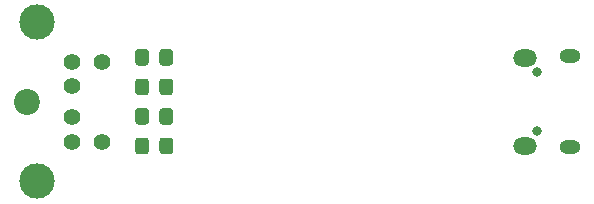
<source format=gbr>
%TF.GenerationSoftware,KiCad,Pcbnew,(5.1.9)-1*%
%TF.CreationDate,2021-12-10T21:49:07-06:00*%
%TF.ProjectId,minirib-usb,6d696e69-7269-4622-9d75-73622e6b6963,A*%
%TF.SameCoordinates,Original*%
%TF.FileFunction,Soldermask,Bot*%
%TF.FilePolarity,Negative*%
%FSLAX46Y46*%
G04 Gerber Fmt 4.6, Leading zero omitted, Abs format (unit mm)*
G04 Created by KiCad (PCBNEW (5.1.9)-1) date 2021-12-10 21:49:07*
%MOMM*%
%LPD*%
G01*
G04 APERTURE LIST*
%ADD10C,1.400000*%
%ADD11C,3.000000*%
%ADD12C,2.200000*%
%ADD13O,2.000000X1.450000*%
%ADD14O,1.800000X1.150000*%
%ADD15O,0.800000X0.800000*%
G04 APERTURE END LIST*
D10*
%TO.C,J2*%
X128300000Y-101300000D03*
D11*
X125300000Y-93250000D03*
X125300000Y-106750000D03*
D12*
X124500000Y-100000000D03*
D10*
X128300000Y-98700000D03*
X128300000Y-103400000D03*
X130800000Y-96600000D03*
X128300000Y-96600000D03*
X130800000Y-103400000D03*
%TD*%
%TO.C,D1*%
G36*
G01*
X133650000Y-99200001D02*
X133650000Y-98299999D01*
G75*
G02*
X133899999Y-98050000I249999J0D01*
G01*
X134550001Y-98050000D01*
G75*
G02*
X134800000Y-98299999I0J-249999D01*
G01*
X134800000Y-99200001D01*
G75*
G02*
X134550001Y-99450000I-249999J0D01*
G01*
X133899999Y-99450000D01*
G75*
G02*
X133650000Y-99200001I0J249999D01*
G01*
G37*
G36*
G01*
X135700000Y-99200001D02*
X135700000Y-98299999D01*
G75*
G02*
X135949999Y-98050000I249999J0D01*
G01*
X136600001Y-98050000D01*
G75*
G02*
X136850000Y-98299999I0J-249999D01*
G01*
X136850000Y-99200001D01*
G75*
G02*
X136600001Y-99450000I-249999J0D01*
G01*
X135949999Y-99450000D01*
G75*
G02*
X135700000Y-99200001I0J249999D01*
G01*
G37*
%TD*%
%TO.C,D2*%
G36*
G01*
X135700000Y-96700001D02*
X135700000Y-95799999D01*
G75*
G02*
X135949999Y-95550000I249999J0D01*
G01*
X136600001Y-95550000D01*
G75*
G02*
X136850000Y-95799999I0J-249999D01*
G01*
X136850000Y-96700001D01*
G75*
G02*
X136600001Y-96950000I-249999J0D01*
G01*
X135949999Y-96950000D01*
G75*
G02*
X135700000Y-96700001I0J249999D01*
G01*
G37*
G36*
G01*
X133650000Y-96700001D02*
X133650000Y-95799999D01*
G75*
G02*
X133899999Y-95550000I249999J0D01*
G01*
X134550001Y-95550000D01*
G75*
G02*
X134800000Y-95799999I0J-249999D01*
G01*
X134800000Y-96700001D01*
G75*
G02*
X134550001Y-96950000I-249999J0D01*
G01*
X133899999Y-96950000D01*
G75*
G02*
X133650000Y-96700001I0J249999D01*
G01*
G37*
%TD*%
%TO.C,D3*%
G36*
G01*
X136850000Y-103299999D02*
X136850000Y-104200001D01*
G75*
G02*
X136600001Y-104450000I-249999J0D01*
G01*
X135949999Y-104450000D01*
G75*
G02*
X135700000Y-104200001I0J249999D01*
G01*
X135700000Y-103299999D01*
G75*
G02*
X135949999Y-103050000I249999J0D01*
G01*
X136600001Y-103050000D01*
G75*
G02*
X136850000Y-103299999I0J-249999D01*
G01*
G37*
G36*
G01*
X134800000Y-103299999D02*
X134800000Y-104200001D01*
G75*
G02*
X134550001Y-104450000I-249999J0D01*
G01*
X133899999Y-104450000D01*
G75*
G02*
X133650000Y-104200001I0J249999D01*
G01*
X133650000Y-103299999D01*
G75*
G02*
X133899999Y-103050000I249999J0D01*
G01*
X134550001Y-103050000D01*
G75*
G02*
X134800000Y-103299999I0J-249999D01*
G01*
G37*
%TD*%
%TO.C,D4*%
G36*
G01*
X136850000Y-100799999D02*
X136850000Y-101700001D01*
G75*
G02*
X136600001Y-101950000I-249999J0D01*
G01*
X135949999Y-101950000D01*
G75*
G02*
X135700000Y-101700001I0J249999D01*
G01*
X135700000Y-100799999D01*
G75*
G02*
X135949999Y-100550000I249999J0D01*
G01*
X136600001Y-100550000D01*
G75*
G02*
X136850000Y-100799999I0J-249999D01*
G01*
G37*
G36*
G01*
X134800000Y-100799999D02*
X134800000Y-101700001D01*
G75*
G02*
X134550001Y-101950000I-249999J0D01*
G01*
X133899999Y-101950000D01*
G75*
G02*
X133650000Y-101700001I0J249999D01*
G01*
X133650000Y-100799999D01*
G75*
G02*
X133899999Y-100550000I249999J0D01*
G01*
X134550001Y-100550000D01*
G75*
G02*
X134800000Y-100799999I0J-249999D01*
G01*
G37*
%TD*%
D13*
%TO.C,J1*%
X166650000Y-103725000D03*
X166650000Y-96275000D03*
D14*
X170450000Y-103875000D03*
X170450000Y-96125000D03*
D15*
X167700000Y-102500000D03*
X167700000Y-97500000D03*
%TD*%
M02*

</source>
